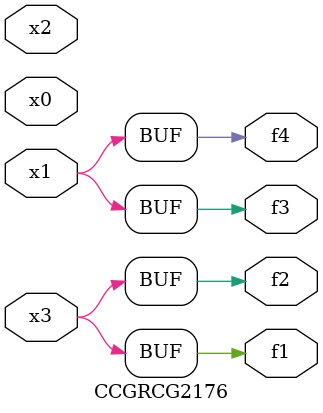
<source format=v>
module CCGRCG2176(
	input x0, x1, x2, x3,
	output f1, f2, f3, f4
);
	assign f1 = x3;
	assign f2 = x3;
	assign f3 = x1;
	assign f4 = x1;
endmodule

</source>
